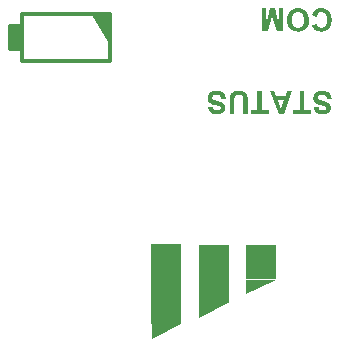
<source format=gto>
G04*
G04 #@! TF.GenerationSoftware,Altium Limited,Altium Designer,20.1.8 (145)*
G04*
G04 Layer_Color=16777215*
%FSTAX43Y43*%
%MOMM*%
G71*
G04*
G04 #@! TF.SameCoordinates,3F849034-A6BE-41B6-9089-3A01D41A6D06*
G04*
G04*
G04 #@! TF.FilePolarity,Positive*
G04*
G01*
G75*
%ADD10C,0.300*%
%ADD11R,2.500X3.003*%
%ADD12R,2.500X6.750*%
%ADD13R,2.500X5.000*%
G36*
X006875Y003725D02*
X006875Y0036D01*
X007125Y003725D01*
X006875D01*
D02*
G37*
G36*
X007275Y0039D02*
X007525D01*
X007275Y003775D01*
X007275Y0039D01*
D02*
G37*
G36*
X007675Y0041D02*
Y003975D01*
X007925Y0041D01*
X007675D01*
D02*
G37*
G36*
X005675Y00625D02*
Y00605D01*
X005775D01*
Y00625D01*
X005675D01*
D02*
G37*
G36*
X0063733Y0063399D02*
X0065233Y0060899D01*
Y0063399D01*
X0063733D01*
D02*
G37*
G36*
X006575Y00635D02*
D01*
D02*
G37*
G36*
X0079919Y0055043D02*
X0079508D01*
X0078736Y0056964D01*
X0079155D01*
X0079322Y0056528D01*
X0080094D01*
X0080252Y0056964D01*
X0080663D01*
X0079919Y0055043D01*
D02*
G37*
G36*
X008327Y0056997D02*
X00833Y0056994D01*
X0083334Y0056992D01*
X0083373Y0056986D01*
X0083414Y0056978D01*
X0083506Y0056958D01*
X0083553Y0056944D01*
X0083597Y0056931D01*
X0083645Y0056911D01*
X0083689Y0056889D01*
X0083731Y0056864D01*
X008377Y0056833D01*
X0083772Y0056831D01*
X0083778Y0056825D01*
X0083789Y0056817D01*
X00838Y0056803D01*
X0083817Y0056783D01*
X0083833Y0056761D01*
X0083853Y0056736D01*
X0083872Y0056708D01*
X0083892Y0056675D01*
X0083911Y0056639D01*
X0083931Y0056597D01*
X008395Y0056553D01*
X0083964Y0056506D01*
X0083981Y0056453D01*
X0083992Y0056398D01*
X0084Y0056339D01*
X0083622Y0056303D01*
Y0056306D01*
X008362Y0056311D01*
Y0056323D01*
X0083617Y0056334D01*
X0083606Y0056367D01*
X0083592Y0056409D01*
X0083575Y0056456D01*
X008355Y0056503D01*
X0083522Y0056545D01*
X0083486Y0056584D01*
X0083481Y0056586D01*
X0083467Y0056597D01*
X0083445Y0056611D01*
X0083411Y0056628D01*
X008337Y0056645D01*
X0083323Y0056659D01*
X0083267Y005667D01*
X0083203Y0056672D01*
X0083173D01*
X0083139Y0056667D01*
X0083098Y0056661D01*
X0083053Y0056653D01*
X0083006Y0056639D01*
X0082962Y005662D01*
X0082923Y0056595D01*
X0082917Y0056592D01*
X0082906Y0056581D01*
X0082892Y0056564D01*
X0082873Y0056542D01*
X0082856Y0056514D01*
X008284Y0056481D01*
X0082828Y0056448D01*
X0082826Y0056409D01*
Y0056406D01*
Y0056398D01*
X0082828Y0056384D01*
X0082831Y0056367D01*
X0082837Y005635D01*
X0082842Y0056331D01*
X0082853Y0056311D01*
X0082867Y0056292D01*
X008287Y0056289D01*
X0082876Y0056284D01*
X0082884Y0056275D01*
X0082898Y0056264D01*
X0082917Y005625D01*
X0082942Y0056237D01*
X008297Y0056223D01*
X0083006Y0056209D01*
X0083009D01*
X008302Y0056203D01*
X0083039Y0056198D01*
X0083053Y0056192D01*
X008307Y0056189D01*
X0083089Y0056184D01*
X0083112Y0056175D01*
X0083137Y005617D01*
X0083164Y0056162D01*
X0083198Y0056153D01*
X0083234Y0056145D01*
X0083273Y0056134D01*
X0083317Y0056123D01*
X008332D01*
X0083331Y005612D01*
X0083348Y0056114D01*
X0083367Y0056109D01*
X0083392Y00561D01*
X0083423Y0056092D01*
X0083453Y0056081D01*
X0083489Y005607D01*
X0083561Y0056042D01*
X0083631Y0056009D01*
X0083667Y0055992D01*
X0083697Y0055973D01*
X0083728Y0055953D01*
X0083753Y0055934D01*
X0083756Y0055931D01*
X0083761Y0055926D01*
X008377Y0055917D01*
X0083781Y0055906D01*
X0083795Y005589D01*
X0083808Y005587D01*
X0083825Y0055851D01*
X0083839Y0055826D01*
X0083872Y0055767D01*
X00839Y0055701D01*
X0083911Y0055665D01*
X0083919Y0055629D01*
X0083925Y0055587D01*
X0083928Y0055545D01*
Y0055542D01*
Y005554D01*
Y0055531D01*
Y005552D01*
X0083922Y0055493D01*
X0083917Y0055456D01*
X0083908Y0055415D01*
X0083895Y0055368D01*
X0083875Y0055318D01*
X0083847Y005527D01*
Y0055268D01*
X0083845Y0055265D01*
X0083831Y0055248D01*
X0083814Y0055226D01*
X0083786Y0055198D01*
X0083753Y0055168D01*
X0083711Y0055134D01*
X0083664Y0055104D01*
X0083609Y0055076D01*
X0083606D01*
X00836Y0055073D01*
X0083592Y0055071D01*
X0083581Y0055065D01*
X0083564Y0055059D01*
X0083547Y0055054D01*
X0083525Y0055048D01*
X00835Y005504D01*
X0083445Y0055029D01*
X0083381Y0055018D01*
X0083309Y0055009D01*
X0083228Y0055007D01*
X0083195D01*
X008317Y0055009D01*
X0083139Y0055012D01*
X0083103Y0055015D01*
X0083067Y0055021D01*
X0083026Y0055026D01*
X0082937Y0055046D01*
X0082892Y0055059D01*
X0082848Y0055073D01*
X0082803Y0055093D01*
X0082762Y0055115D01*
X0082723Y005514D01*
X0082687Y0055168D01*
X0082684Y005517D01*
X0082679Y0055176D01*
X008267Y0055184D01*
X0082659Y0055195D01*
X0082645Y0055212D01*
X0082629Y0055232D01*
X0082612Y0055254D01*
X0082592Y0055279D01*
X0082576Y0055309D01*
X0082559Y005534D01*
X0082542Y0055376D01*
X0082529Y0055415D01*
X0082515Y0055454D01*
X0082504Y0055498D01*
X0082495Y0055542D01*
X0082493Y0055592D01*
X0082881Y0055606D01*
Y0055604D01*
Y0055601D01*
X0082887Y0055581D01*
X0082892Y0055556D01*
X0082903Y0055526D01*
X0082917Y005549D01*
X0082937Y0055456D01*
X0082962Y0055423D01*
X0082989Y0055395D01*
X0082992Y0055393D01*
X0083003Y0055384D01*
X0083023Y0055373D01*
X0083051Y0055362D01*
X0083084Y0055351D01*
X0083125Y005534D01*
X0083175Y0055331D01*
X0083234Y0055329D01*
X0083262D01*
X0083292Y0055331D01*
X0083328Y0055337D01*
X008337Y0055345D01*
X0083414Y0055359D01*
X0083456Y0055376D01*
X0083495Y0055401D01*
X0083497Y0055404D01*
X0083503Y0055409D01*
X0083514Y0055418D01*
X0083525Y0055431D01*
X0083536Y0055448D01*
X0083547Y005547D01*
X0083553Y0055493D01*
X0083556Y005552D01*
Y0055523D01*
Y0055531D01*
X0083553Y0055545D01*
X0083547Y0055559D01*
X0083542Y0055579D01*
X0083534Y0055598D01*
X008352Y0055617D01*
X00835Y0055637D01*
X0083497Y005564D01*
X0083484Y0055648D01*
X0083475Y0055654D01*
X0083461Y0055659D01*
X0083448Y0055667D01*
X0083428Y0055676D01*
X0083406Y0055684D01*
X0083381Y0055695D01*
X008335Y0055706D01*
X008332Y0055717D01*
X0083281Y0055728D01*
X0083239Y005574D01*
X0083195Y0055751D01*
X0083145Y0055765D01*
X0083142D01*
X0083131Y0055767D01*
X0083117Y005577D01*
X0083098Y0055776D01*
X0083076Y0055781D01*
X0083048Y005579D01*
X0083017Y0055798D01*
X0082987Y0055806D01*
X008292Y0055828D01*
X0082851Y0055851D01*
X0082784Y0055876D01*
X0082756Y005589D01*
X0082728Y0055903D01*
X0082726D01*
X0082723Y0055906D01*
X0082706Y0055917D01*
X0082681Y0055934D01*
X0082651Y0055956D01*
X0082617Y0055984D01*
X0082581Y0056017D01*
X0082545Y0056056D01*
X0082515Y00561D01*
X0082512Y0056106D01*
X0082504Y0056123D01*
X008249Y0056148D01*
X0082476Y0056184D01*
X0082462Y0056228D01*
X0082448Y0056281D01*
X008244Y0056339D01*
X0082437Y0056406D01*
Y0056409D01*
Y0056414D01*
Y0056423D01*
Y0056434D01*
X008244Y0056448D01*
X0082443Y0056467D01*
X0082448Y0056506D01*
X0082459Y0056556D01*
X0082476Y0056609D01*
X0082501Y0056661D01*
X0082531Y0056717D01*
Y005672D01*
X0082537Y0056722D01*
X0082548Y0056739D01*
X008257Y0056767D01*
X0082598Y0056797D01*
X0082634Y0056833D01*
X0082681Y0056867D01*
X0082731Y00569D01*
X0082792Y0056931D01*
X0082795D01*
X0082801Y0056933D01*
X0082809Y0056936D01*
X0082823Y0056942D01*
X008284Y0056947D01*
X0082859Y0056953D01*
X0082881Y0056958D01*
X0082906Y0056964D01*
X0082937Y0056972D01*
X0082967Y0056978D01*
X0083039Y0056989D01*
X008312Y0056997D01*
X0083209Y0057D01*
X0083245D01*
X008327Y0056997D01*
D02*
G37*
G36*
X0074322D02*
X0074353Y0056994D01*
X0074386Y0056992D01*
X0074425Y0056986D01*
X0074466Y0056978D01*
X0074558Y0056958D01*
X0074605Y0056944D01*
X007465Y0056931D01*
X0074697Y0056911D01*
X0074741Y0056889D01*
X0074783Y0056864D01*
X0074822Y0056833D01*
X0074825Y0056831D01*
X007483Y0056825D01*
X0074841Y0056817D01*
X0074852Y0056803D01*
X0074869Y0056783D01*
X0074886Y0056761D01*
X0074905Y0056736D01*
X0074925Y0056708D01*
X0074944Y0056675D01*
X0074963Y0056639D01*
X0074983Y0056597D01*
X0075002Y0056553D01*
X0075016Y0056506D01*
X0075033Y0056453D01*
X0075044Y0056398D01*
X0075052Y0056339D01*
X0074675Y0056303D01*
Y0056306D01*
X0074672Y0056311D01*
Y0056323D01*
X0074669Y0056334D01*
X0074658Y0056367D01*
X0074644Y0056409D01*
X0074627Y0056456D01*
X0074602Y0056503D01*
X0074575Y0056545D01*
X0074539Y0056584D01*
X0074533Y0056586D01*
X0074519Y0056597D01*
X0074497Y0056611D01*
X0074464Y0056628D01*
X0074422Y0056645D01*
X0074375Y0056659D01*
X0074319Y005667D01*
X0074255Y0056672D01*
X0074225D01*
X0074192Y0056667D01*
X007415Y0056661D01*
X0074106Y0056653D01*
X0074058Y0056639D01*
X0074014Y005662D01*
X0073975Y0056595D01*
X007397Y0056592D01*
X0073958Y0056581D01*
X0073945Y0056564D01*
X0073925Y0056542D01*
X0073908Y0056514D01*
X0073892Y0056481D01*
X0073881Y0056448D01*
X0073878Y0056409D01*
Y0056406D01*
Y0056398D01*
X0073881Y0056384D01*
X0073883Y0056367D01*
X0073889Y005635D01*
X0073895Y0056331D01*
X0073906Y0056311D01*
X007392Y0056292D01*
X0073922Y0056289D01*
X0073928Y0056284D01*
X0073936Y0056275D01*
X007395Y0056264D01*
X007397Y005625D01*
X0073994Y0056237D01*
X0074022Y0056223D01*
X0074058Y0056209D01*
X0074061D01*
X0074072Y0056203D01*
X0074092Y0056198D01*
X0074106Y0056192D01*
X0074122Y0056189D01*
X0074142Y0056184D01*
X0074164Y0056175D01*
X0074189Y005617D01*
X0074217Y0056162D01*
X007425Y0056153D01*
X0074286Y0056145D01*
X0074325Y0056134D01*
X0074369Y0056123D01*
X0074372D01*
X0074383Y005612D01*
X00744Y0056114D01*
X0074419Y0056109D01*
X0074444Y00561D01*
X0074475Y0056092D01*
X0074505Y0056081D01*
X0074541Y005607D01*
X0074614Y0056042D01*
X0074683Y0056009D01*
X0074719Y0055992D01*
X007475Y0055973D01*
X007478Y0055953D01*
X0074805Y0055934D01*
X0074808Y0055931D01*
X0074813Y0055926D01*
X0074822Y0055917D01*
X0074833Y0055906D01*
X0074847Y005589D01*
X0074861Y005587D01*
X0074877Y0055851D01*
X0074891Y0055826D01*
X0074925Y0055767D01*
X0074952Y0055701D01*
X0074963Y0055665D01*
X0074972Y0055629D01*
X0074977Y0055587D01*
X007498Y0055545D01*
Y0055542D01*
Y005554D01*
Y0055531D01*
Y005552D01*
X0074975Y0055493D01*
X0074969Y0055456D01*
X0074961Y0055415D01*
X0074947Y0055368D01*
X0074927Y0055318D01*
X00749Y005527D01*
Y0055268D01*
X0074897Y0055265D01*
X0074883Y0055248D01*
X0074866Y0055226D01*
X0074838Y0055198D01*
X0074805Y0055168D01*
X0074764Y0055134D01*
X0074716Y0055104D01*
X0074661Y0055076D01*
X0074658D01*
X0074652Y0055073D01*
X0074644Y0055071D01*
X0074633Y0055065D01*
X0074616Y0055059D01*
X00746Y0055054D01*
X0074578Y0055048D01*
X0074553Y005504D01*
X0074497Y0055029D01*
X0074433Y0055018D01*
X0074361Y0055009D01*
X007428Y0055007D01*
X0074247D01*
X0074222Y0055009D01*
X0074192Y0055012D01*
X0074156Y0055015D01*
X0074119Y0055021D01*
X0074078Y0055026D01*
X0073989Y0055046D01*
X0073945Y0055059D01*
X00739Y0055073D01*
X0073856Y0055093D01*
X0073814Y0055115D01*
X0073775Y005514D01*
X0073739Y0055168D01*
X0073736Y005517D01*
X0073731Y0055176D01*
X0073722Y0055184D01*
X0073711Y0055195D01*
X0073697Y0055212D01*
X0073681Y0055232D01*
X0073664Y0055254D01*
X0073645Y0055279D01*
X0073628Y0055309D01*
X0073611Y005534D01*
X0073595Y0055376D01*
X0073581Y0055415D01*
X0073567Y0055454D01*
X0073556Y0055498D01*
X0073548Y0055542D01*
X0073545Y0055592D01*
X0073933Y0055606D01*
Y0055604D01*
Y0055601D01*
X0073939Y0055581D01*
X0073945Y0055556D01*
X0073956Y0055526D01*
X007397Y005549D01*
X0073989Y0055456D01*
X0074014Y0055423D01*
X0074042Y0055395D01*
X0074044Y0055393D01*
X0074056Y0055384D01*
X0074075Y0055373D01*
X0074103Y0055362D01*
X0074136Y0055351D01*
X0074178Y005534D01*
X0074228Y0055331D01*
X0074286Y0055329D01*
X0074314D01*
X0074344Y0055331D01*
X007438Y0055337D01*
X0074422Y0055345D01*
X0074466Y0055359D01*
X0074508Y0055376D01*
X0074547Y0055401D01*
X007455Y0055404D01*
X0074555Y0055409D01*
X0074566Y0055418D01*
X0074578Y0055431D01*
X0074589Y0055448D01*
X00746Y005547D01*
X0074605Y0055493D01*
X0074608Y005552D01*
Y0055523D01*
Y0055531D01*
X0074605Y0055545D01*
X00746Y0055559D01*
X0074594Y0055579D01*
X0074586Y0055598D01*
X0074572Y0055617D01*
X0074553Y0055637D01*
X007455Y005564D01*
X0074536Y0055648D01*
X0074528Y0055654D01*
X0074514Y0055659D01*
X00745Y0055667D01*
X007448Y0055676D01*
X0074458Y0055684D01*
X0074433Y0055695D01*
X0074403Y0055706D01*
X0074372Y0055717D01*
X0074333Y0055728D01*
X0074292Y005574D01*
X0074247Y0055751D01*
X0074197Y0055765D01*
X0074194D01*
X0074183Y0055767D01*
X0074169Y005577D01*
X007415Y0055776D01*
X0074128Y0055781D01*
X00741Y005579D01*
X0074069Y0055798D01*
X0074039Y0055806D01*
X0073972Y0055828D01*
X0073903Y0055851D01*
X0073836Y0055876D01*
X0073808Y005589D01*
X0073781Y0055903D01*
X0073778D01*
X0073775Y0055906D01*
X0073759Y0055917D01*
X0073734Y0055934D01*
X0073703Y0055956D01*
X007367Y0055984D01*
X0073634Y0056017D01*
X0073598Y0056056D01*
X0073567Y00561D01*
X0073564Y0056106D01*
X0073556Y0056123D01*
X0073542Y0056148D01*
X0073528Y0056184D01*
X0073514Y0056228D01*
X00735Y0056281D01*
X0073492Y0056339D01*
X0073489Y0056406D01*
Y0056409D01*
Y0056414D01*
Y0056423D01*
Y0056434D01*
X0073492Y0056448D01*
X0073495Y0056467D01*
X00735Y0056506D01*
X0073511Y0056556D01*
X0073528Y0056609D01*
X0073553Y0056661D01*
X0073584Y0056717D01*
Y005672D01*
X0073589Y0056722D01*
X00736Y0056739D01*
X0073622Y0056767D01*
X007365Y0056797D01*
X0073686Y0056833D01*
X0073734Y0056867D01*
X0073784Y00569D01*
X0073845Y0056931D01*
X0073847D01*
X0073853Y0056933D01*
X0073861Y0056936D01*
X0073875Y0056942D01*
X0073892Y0056947D01*
X0073911Y0056953D01*
X0073933Y0056958D01*
X0073958Y0056964D01*
X0073989Y0056972D01*
X0074019Y0056978D01*
X0074092Y0056989D01*
X0074172Y0056997D01*
X0074261Y0057D01*
X0074297D01*
X0074322Y0056997D01*
D02*
G37*
G36*
X0081674Y0055368D02*
X0082243D01*
Y0055043D01*
X0080719D01*
Y0055368D01*
X0081285D01*
Y0056964D01*
X0081674D01*
Y0055368D01*
D02*
G37*
G36*
X0078095D02*
X0078664D01*
Y0055043D01*
X007714D01*
Y0055368D01*
X0077706D01*
Y0056964D01*
X0078095D01*
Y0055368D01*
D02*
G37*
G36*
X0076174Y0056997D02*
X0076199D01*
X0076229Y0056994D01*
X007626Y0056992D01*
X0076327Y0056986D01*
X0076396Y0056975D01*
X0076465Y0056958D01*
X0076496Y005695D01*
X0076524Y0056939D01*
X0076526D01*
X0076529Y0056936D01*
X0076546Y0056928D01*
X0076574Y0056914D01*
X0076604Y0056895D01*
X007664Y005687D01*
X0076679Y0056842D01*
X0076715Y0056808D01*
X0076749Y0056772D01*
X0076751Y0056767D01*
X0076762Y0056756D01*
X0076776Y0056733D01*
X0076793Y0056706D01*
X007681Y0056675D01*
X0076829Y0056639D01*
X0076843Y00566D01*
X0076857Y0056559D01*
Y0056556D01*
X007686Y005655D01*
Y0056542D01*
X0076862Y0056528D01*
X0076865Y0056511D01*
X0076868Y0056489D01*
X0076871Y0056464D01*
X0076873Y0056436D01*
X0076879Y0056403D01*
X0076882Y0056367D01*
X0076885Y0056328D01*
X0076887Y0056284D01*
X007689Y0056237D01*
Y0056184D01*
X0076893Y0056128D01*
Y005607D01*
Y0055043D01*
X0076504D01*
Y0056087D01*
Y0056089D01*
Y0056098D01*
Y0056109D01*
Y0056125D01*
Y0056148D01*
Y005617D01*
X0076501Y005622D01*
Y0056275D01*
X0076499Y0056328D01*
X0076496Y0056353D01*
Y0056375D01*
X0076493Y0056392D01*
X007649Y0056409D01*
Y0056414D01*
X0076485Y0056428D01*
X0076476Y005645D01*
X0076465Y0056478D01*
X0076451Y0056509D01*
X0076429Y0056539D01*
X0076404Y0056572D01*
X0076374Y00566D01*
X0076368Y0056603D01*
X0076357Y0056611D01*
X0076335Y0056622D01*
X0076307Y0056634D01*
X0076268Y0056647D01*
X0076224Y0056659D01*
X0076174Y0056667D01*
X0076116Y005667D01*
X0076088D01*
X007606Y0056667D01*
X0076024Y0056661D01*
X0075982Y0056653D01*
X0075943Y0056642D01*
X0075902Y0056625D01*
X0075868Y0056603D01*
X0075866Y00566D01*
X0075855Y0056592D01*
X0075841Y0056578D01*
X0075824Y0056559D01*
X0075807Y0056534D01*
X0075791Y0056506D01*
X0075777Y0056475D01*
X0075769Y0056439D01*
Y0056434D01*
X0075766Y005642D01*
X0075763Y0056395D01*
X0075757Y0056361D01*
Y0056339D01*
X0075755Y0056314D01*
Y0056287D01*
X0075752Y0056259D01*
Y0056225D01*
X0075749Y0056189D01*
Y005615D01*
Y0056109D01*
Y0055043D01*
X007536D01*
Y0056056D01*
Y0056059D01*
Y005607D01*
Y0056089D01*
Y0056112D01*
Y0056139D01*
X0075363Y0056173D01*
Y0056209D01*
Y0056245D01*
X0075369Y0056325D01*
X0075374Y0056409D01*
X0075377Y0056445D01*
X0075383Y0056481D01*
X0075388Y0056514D01*
X0075394Y0056545D01*
Y0056547D01*
X0075396Y005655D01*
Y0056559D01*
X0075399Y0056567D01*
X0075408Y0056595D01*
X0075419Y0056628D01*
X0075435Y0056667D01*
X0075455Y0056706D01*
X007548Y0056747D01*
X007551Y0056786D01*
X0075513Y0056792D01*
X0075524Y0056803D01*
X0075544Y005682D01*
X0075569Y0056842D01*
X0075602Y0056867D01*
X0075641Y0056892D01*
X0075685Y0056919D01*
X0075735Y0056942D01*
X0075738D01*
X0075741Y0056944D01*
X0075749Y0056947D01*
X007576Y005695D01*
X0075774Y0056956D01*
X0075791Y0056961D01*
X0075813Y0056967D01*
X0075835Y0056969D01*
X0075888Y0056981D01*
X0075952Y0056992D01*
X0076024Y0056997D01*
X0076104Y0057D01*
X0076149D01*
X0076174Y0056997D01*
D02*
G37*
G36*
X0079911Y0062043D02*
X007933D01*
X0078986Y0063356D01*
X0078645Y0062043D01*
X0078062D01*
Y0063964D01*
X007842D01*
X0078423Y0062454D01*
X00788Y0063964D01*
X0079175D01*
X0079552Y0062454D01*
Y0063964D01*
X0079911D01*
Y0062043D01*
D02*
G37*
G36*
X0083164Y0063994D02*
X0083192Y0063992D01*
X0083223Y0063989D01*
X0083262Y0063983D01*
X0083303Y0063975D01*
X008335Y0063964D01*
X0083398Y006395D01*
X0083448Y0063933D01*
X00835Y0063911D01*
X0083553Y0063886D01*
X0083606Y0063858D01*
X0083659Y0063822D01*
X0083709Y0063783D01*
X0083756Y0063736D01*
X0083758Y0063733D01*
X0083767Y0063725D01*
X0083778Y0063708D01*
X0083795Y0063689D01*
X0083811Y0063661D01*
X0083833Y0063631D01*
X0083856Y0063592D01*
X0083878Y0063547D01*
X00839Y00635D01*
X0083922Y0063448D01*
X0083944Y0063386D01*
X0083961Y0063323D01*
X0083978Y0063256D01*
X0083989Y0063181D01*
X0083997Y0063103D01*
X0084Y006302D01*
Y0063017D01*
Y0063014D01*
Y0062998D01*
X0083997Y0062973D01*
Y0062939D01*
X0083992Y0062901D01*
X0083986Y0062853D01*
X0083981Y0062803D01*
X0083969Y0062745D01*
X0083956Y0062687D01*
X0083939Y0062626D01*
X0083919Y0062565D01*
X0083895Y0062501D01*
X0083867Y006244D01*
X0083833Y0062381D01*
X0083797Y0062326D01*
X0083753Y0062273D01*
X008375Y006227D01*
X0083742Y0062262D01*
X0083728Y0062248D01*
X0083709Y0062232D01*
X0083684Y0062212D01*
X0083653Y006219D01*
X008362Y0062165D01*
X0083578Y006214D01*
X0083534Y0062115D01*
X0083486Y006209D01*
X0083431Y0062068D01*
X0083375Y0062048D01*
X0083312Y0062032D01*
X0083248Y0062018D01*
X0083175Y0062009D01*
X0083103Y0062007D01*
X008307D01*
X0083045Y0062009D01*
X0083014Y0062012D01*
X0082981Y0062018D01*
X0082942Y0062023D01*
X0082901Y0062032D01*
X0082856Y0062043D01*
X0082809Y0062057D01*
X0082762Y0062073D01*
X0082712Y0062096D01*
X0082665Y0062118D01*
X008262Y0062145D01*
X0082573Y0062179D01*
X0082531Y0062215D01*
X0082529D01*
X0082526Y006222D01*
X0082518Y0062229D01*
X0082509Y0062237D01*
X0082498Y0062251D01*
X0082487Y0062268D01*
X0082456Y0062306D01*
X0082426Y0062356D01*
X0082393Y0062418D01*
X0082362Y0062487D01*
X0082334Y0062567D01*
X0082717Y0062659D01*
Y0062656D01*
X008272Y0062654D01*
Y0062645D01*
X0082726Y0062634D01*
X0082734Y0062609D01*
X0082748Y0062576D01*
X0082767Y0062537D01*
X0082792Y0062498D01*
X0082826Y0062459D01*
X0082862Y0062426D01*
X0082867Y0062423D01*
X0082881Y0062412D01*
X0082903Y0062398D01*
X0082934Y0062381D01*
X0082973Y0062365D01*
X0083017Y0062351D01*
X0083067Y006234D01*
X0083123Y0062337D01*
X0083142D01*
X0083159Y006234D01*
X0083175Y0062343D01*
X0083198Y0062345D01*
X0083245Y0062356D01*
X00833Y0062376D01*
X0083359Y0062404D01*
X0083389Y006242D01*
X0083417Y006244D01*
X0083445Y0062465D01*
X008347Y0062493D01*
Y0062495D01*
X0083475Y0062501D01*
X0083481Y0062509D01*
X0083489Y0062523D01*
X00835Y006254D01*
X0083511Y0062559D01*
X0083522Y0062584D01*
X0083534Y0062612D01*
X0083547Y0062645D01*
X0083559Y0062681D01*
X008357Y0062723D01*
X0083581Y0062767D01*
X0083589Y0062817D01*
X0083595Y006287D01*
X0083597Y0062928D01*
X00836Y0062992D01*
Y0062995D01*
Y0063009D01*
Y0063028D01*
X0083597Y0063051D01*
Y0063081D01*
X0083592Y0063117D01*
X0083589Y0063153D01*
X0083584Y0063195D01*
X0083567Y0063281D01*
X0083545Y0063367D01*
X0083531Y0063409D01*
X0083511Y0063448D01*
X0083492Y0063484D01*
X008347Y0063514D01*
X0083467Y0063517D01*
X0083464Y006352D01*
X0083456Y0063528D01*
X0083445Y0063539D01*
X0083417Y0063561D01*
X0083378Y0063589D01*
X0083331Y006362D01*
X0083273Y0063642D01*
X0083206Y0063661D01*
X008317Y0063664D01*
X0083131Y0063667D01*
X0083117D01*
X0083106Y0063664D01*
X0083076Y0063661D01*
X0083039Y0063656D01*
X0083001Y0063642D01*
X0082956Y0063625D01*
X0082912Y0063603D01*
X0082867Y006357D01*
X0082862Y0063564D01*
X0082848Y006355D01*
X0082828Y0063528D01*
X0082806Y0063495D01*
X0082778Y006345D01*
X0082753Y0063398D01*
X0082728Y0063334D01*
X0082706Y0063259D01*
X0082329Y0063375D01*
Y0063378D01*
X0082331Y0063389D01*
X0082337Y0063406D01*
X0082345Y0063428D01*
X0082356Y0063453D01*
X0082368Y0063484D01*
X0082381Y0063517D01*
X0082398Y0063553D01*
X0082437Y0063628D01*
X0082487Y0063706D01*
X0082548Y0063781D01*
X0082581Y0063814D01*
X0082617Y0063845D01*
X008262Y0063847D01*
X0082626Y006385D01*
X0082637Y0063858D01*
X0082654Y006387D01*
X0082673Y0063881D01*
X0082698Y0063892D01*
X0082726Y0063906D01*
X0082756Y0063919D01*
X0082792Y0063936D01*
X0082831Y006395D01*
X0082873Y0063961D01*
X0082917Y0063972D01*
X0082964Y0063983D01*
X0083017Y0063992D01*
X008307Y0063994D01*
X0083128Y0063997D01*
X0083145D01*
X0083164Y0063994D01*
D02*
G37*
G36*
X0081182Y0063997D02*
X008121Y0063994D01*
X0081246Y0063992D01*
X0081288Y0063986D01*
X0081335Y0063978D01*
X0081385Y0063967D01*
X008144Y0063953D01*
X0081493Y0063936D01*
X0081551Y0063914D01*
X0081607Y0063889D01*
X0081665Y0063861D01*
X0081718Y0063825D01*
X0081771Y0063786D01*
X0081821Y0063739D01*
X0081823Y0063736D01*
X0081832Y0063728D01*
X0081843Y0063711D01*
X008186Y0063692D01*
X0081879Y0063664D01*
X0081901Y0063631D01*
X0081923Y0063595D01*
X0081946Y006355D01*
X0081971Y0063503D01*
X0081993Y0063448D01*
X0082015Y0063389D01*
X0082034Y0063325D01*
X0082051Y0063256D01*
X0082062Y0063181D01*
X0082071Y00631D01*
X0082073Y0063017D01*
Y0063014D01*
Y0063003D01*
Y0062989D01*
X0082071Y0062967D01*
Y0062942D01*
X0082068Y0062914D01*
X0082065Y0062881D01*
X0082062Y0062845D01*
X0082051Y0062767D01*
X0082037Y0062684D01*
X0082015Y0062601D01*
X0081987Y0062523D01*
Y006252D01*
X0081984Y0062517D01*
X0081979Y0062509D01*
X0081976Y0062498D01*
X0081959Y006247D01*
X008194Y0062434D01*
X0081915Y0062393D01*
X0081885Y0062351D01*
X0081848Y0062304D01*
X008181Y0062259D01*
X0081807Y0062257D01*
X0081804Y0062254D01*
X008179Y006224D01*
X0081765Y0062218D01*
X0081735Y0062193D01*
X0081699Y0062165D01*
X0081657Y0062134D01*
X008161Y0062107D01*
X008156Y0062084D01*
X0081557D01*
X0081551Y0062082D01*
X008154Y0062076D01*
X0081526Y0062073D01*
X008151Y0062065D01*
X008149Y0062059D01*
X0081465Y0062054D01*
X008144Y0062046D01*
X0081379Y0062032D01*
X008131Y0062018D01*
X0081229Y0062009D01*
X0081146Y0062007D01*
X0081127D01*
X0081104Y0062009D01*
X0081077D01*
X0081041Y0062015D01*
X0080999Y0062021D01*
X0080952Y0062029D01*
X0080902Y006204D01*
X0080849Y0062054D01*
X0080793Y0062071D01*
X0080738Y0062093D01*
X008068Y0062118D01*
X0080624Y0062148D01*
X0080569Y0062184D01*
X0080516Y0062226D01*
X0080466Y0062273D01*
X0080463Y0062276D01*
X0080455Y0062284D01*
X0080441Y0062301D01*
X0080427Y006232D01*
X0080408Y0062348D01*
X0080385Y0062381D01*
X0080363Y006242D01*
X0080338Y0062465D01*
X0080313Y0062512D01*
X0080291Y0062567D01*
X0080269Y0062629D01*
X0080249Y0062692D01*
X0080233Y0062765D01*
X0080222Y006284D01*
X0080213Y006292D01*
X008021Y0063006D01*
Y0063012D01*
Y0063026D01*
X0080213Y0063051D01*
Y0063084D01*
X0080219Y0063123D01*
X0080224Y0063167D01*
X0080233Y006322D01*
X0080241Y0063273D01*
X0080255Y0063331D01*
X0080272Y0063392D01*
X0080294Y0063453D01*
X0080319Y0063514D01*
X0080346Y0063572D01*
X0080383Y0063631D01*
X0080421Y0063686D01*
X0080466Y0063739D01*
X0080469Y0063742D01*
X0080477Y006375D01*
X0080491Y0063764D01*
X0080513Y0063781D01*
X0080538Y00638D01*
X0080569Y0063822D01*
X0080605Y0063845D01*
X0080644Y006387D01*
X0080691Y0063895D01*
X0080741Y0063917D01*
X0080796Y0063939D01*
X0080857Y0063958D01*
X0080921Y0063975D01*
X0080991Y0063989D01*
X0081063Y0063997D01*
X0081141Y0064D01*
X008116D01*
X0081182Y0063997D01*
D02*
G37*
%LPC*%
G36*
X0079977Y0056203D02*
X0079447D01*
X0079716Y005549D01*
X0079977Y0056203D01*
D02*
G37*
G36*
X0081141Y006367D02*
X0081118D01*
X0081102Y0063667D01*
X0081082Y0063664D01*
X008106Y0063661D01*
X0081007Y0063647D01*
X0080946Y0063628D01*
X0080916Y0063614D01*
X0080882Y00636D01*
X0080852Y0063581D01*
X0080818Y0063559D01*
X0080788Y0063534D01*
X008076Y0063503D01*
X0080757Y00635D01*
X0080755Y0063495D01*
X0080746Y0063486D01*
X0080738Y0063473D01*
X0080724Y0063453D01*
X0080713Y0063431D01*
X0080699Y0063406D01*
X0080685Y0063375D01*
X0080671Y0063342D01*
X0080657Y0063306D01*
X0080644Y0063264D01*
X0080632Y0063217D01*
X0080624Y006317D01*
X0080616Y0063117D01*
X0080613Y0063059D01*
X008061Y0062998D01*
Y0062995D01*
Y0062984D01*
Y0062967D01*
X0080613Y0062942D01*
X0080616Y0062914D01*
X0080619Y0062884D01*
X0080621Y0062848D01*
X008063Y0062812D01*
X0080646Y0062731D01*
X0080671Y0062648D01*
X0080688Y0062606D01*
X0080707Y006257D01*
X0080732Y0062534D01*
X0080757Y0062501D01*
X008076Y0062498D01*
X0080763Y0062493D01*
X0080771Y0062487D01*
X0080782Y0062476D01*
X0080799Y0062462D01*
X0080816Y0062448D01*
X0080835Y0062434D01*
X008086Y0062418D01*
X0080885Y0062404D01*
X0080916Y006239D01*
X0080979Y0062362D01*
X0081016Y0062351D01*
X0081054Y0062345D01*
X0081096Y006234D01*
X0081141Y0062337D01*
X0081163D01*
X0081179Y006234D01*
X0081202Y0062343D01*
X0081224Y0062345D01*
X0081279Y0062356D01*
X008134Y0062379D01*
X0081374Y006239D01*
X0081407Y0062406D01*
X0081438Y0062426D01*
X0081471Y0062448D01*
X0081501Y0062473D01*
X0081529Y0062504D01*
X0081532Y0062506D01*
X0081535Y0062512D01*
X0081543Y006252D01*
X0081551Y0062534D01*
X0081562Y0062554D01*
X0081574Y0062573D01*
X0081587Y0062598D01*
X0081601Y0062629D01*
X0081615Y0062662D01*
X0081629Y0062698D01*
X008164Y006274D01*
X0081651Y0062784D01*
X008166Y0062834D01*
X0081668Y0062887D01*
X0081671Y0062942D01*
X0081674Y0063003D01*
Y0063006D01*
Y0063017D01*
Y0063034D01*
X0081671Y0063056D01*
X0081668Y0063084D01*
X0081665Y0063117D01*
X008166Y006315D01*
X0081654Y0063189D01*
X0081637Y006327D01*
X008161Y006335D01*
X0081593Y0063392D01*
X0081574Y0063431D01*
X0081549Y0063467D01*
X0081524Y00635D01*
X0081521Y0063503D01*
X0081515Y0063509D01*
X0081507Y0063517D01*
X0081496Y0063525D01*
X0081482Y0063539D01*
X0081463Y0063553D01*
X0081443Y006357D01*
X0081418Y0063584D01*
X0081365Y0063617D01*
X0081299Y0063642D01*
X0081263Y0063653D01*
X0081224Y0063661D01*
X0081182Y0063667D01*
X0081141Y006367D01*
D02*
G37*
%LPD*%
D10*
X005775Y00605D02*
Y00625D01*
Y00635D01*
X005675Y00625D02*
X005775D01*
X005675Y00605D02*
Y00625D01*
Y00605D02*
X005775D01*
Y006D02*
Y00605D01*
Y00595D02*
Y006D01*
Y00635D02*
X006525D01*
X005775Y00595D02*
X006525D01*
Y00635D01*
D11*
X0078Y0042498D02*
D03*
D12*
X007Y0040625D02*
D03*
D13*
X0074Y00415D02*
D03*
M02*

</source>
